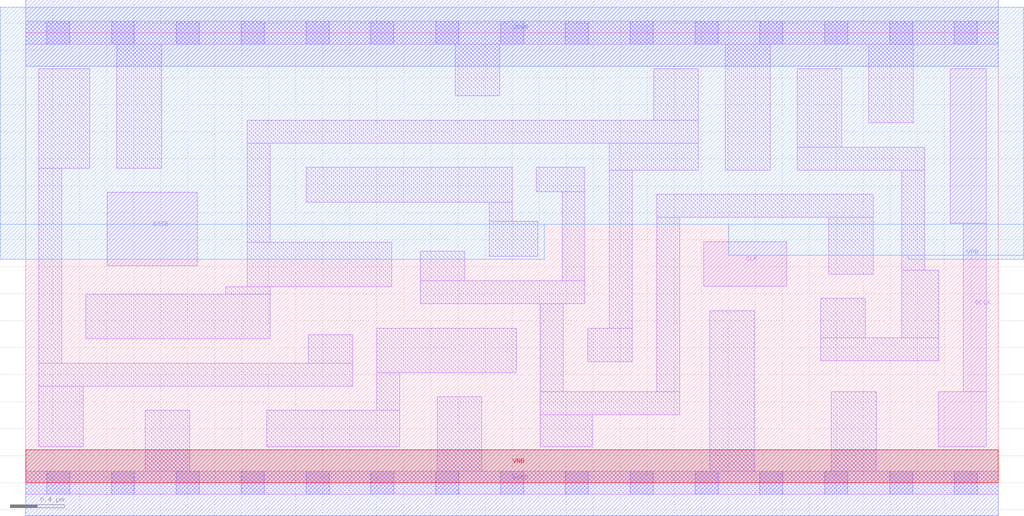
<source format=lef>
# Copyright 2020 The SkyWater PDK Authors
#
# Licensed under the Apache License, Version 2.0 (the "License");
# you may not use this file except in compliance with the License.
# You may obtain a copy of the License at
#
#     https://www.apache.org/licenses/LICENSE-2.0
#
# Unless required by applicable law or agreed to in writing, software
# distributed under the License is distributed on an "AS IS" BASIS,
# WITHOUT WARRANTIES OR CONDITIONS OF ANY KIND, either express or implied.
# See the License for the specific language governing permissions and
# limitations under the License.
#
# SPDX-License-Identifier: Apache-2.0

VERSION 5.7 ;
  NOWIREEXTENSIONATPIN ON ;
  DIVIDERCHAR "/" ;
  BUSBITCHARS "[]" ;
MACRO sky130_fd_sc_lp__dlclkp_lp
  CLASS CORE ;
  FOREIGN sky130_fd_sc_lp__dlclkp_lp ;
  ORIGIN  0.000000  0.000000 ;
  SIZE  7.200000 BY  3.330000 ;
  SYMMETRY X Y R90 ;
  SITE unit ;
  PIN GATE
    ANTENNAGATEAREA  0.313000 ;
    DIRECTION INPUT ;
    USE SIGNAL ;
    PORT
      LAYER li1 ;
        RECT 0.605000 1.605000 1.270000 2.150000 ;
    END
  END GATE
  PIN GCLK
    ANTENNADIFFAREA  0.389700 ;
    DIRECTION OUTPUT ;
    USE SIGNAL ;
    PORT
      LAYER li1 ;
        RECT 6.755000 0.265000 7.110000 0.675000 ;
        RECT 6.845000 1.920000 7.110000 3.065000 ;
        RECT 6.940000 0.675000 7.110000 1.920000 ;
    END
  END GCLK
  PIN CLK
    ANTENNAGATEAREA  0.689000 ;
    DIRECTION INPUT ;
    USE CLOCK ;
    PORT
      LAYER li1 ;
        RECT 5.020000 1.455000 5.635000 1.785000 ;
    END
  END CLK
  PIN VGND
    DIRECTION INOUT ;
    USE GROUND ;
    PORT
      LAYER met1 ;
        RECT 0.000000 -0.245000 7.200000 0.245000 ;
    END
  END VGND
  PIN VNB
    DIRECTION INOUT ;
    USE GROUND ;
    PORT
      LAYER pwell ;
        RECT 0.000000 0.000000 7.200000 0.245000 ;
    END
  END VNB
  PIN VPB
    DIRECTION INOUT ;
    USE POWER ;
    PORT
      LAYER nwell ;
        RECT -0.190000 1.655000 3.840000 1.915000 ;
        RECT -0.190000 1.915000 7.390000 3.520000 ;
        RECT  5.205000 1.685000 7.390000 1.915000 ;
        RECT  6.535000 1.655000 7.390000 1.685000 ;
    END
  END VPB
  PIN VPWR
    DIRECTION INOUT ;
    USE POWER ;
    PORT
      LAYER met1 ;
        RECT 0.000000 3.085000 7.200000 3.575000 ;
    END
  END VPWR
  OBS
    LAYER li1 ;
      RECT 0.000000 -0.085000 7.200000 0.085000 ;
      RECT 0.000000  3.245000 7.200000 3.415000 ;
      RECT 0.095000  0.265000 0.425000 0.715000 ;
      RECT 0.095000  0.715000 2.420000 0.885000 ;
      RECT 0.095000  0.885000 0.265000 2.330000 ;
      RECT 0.095000  2.330000 0.475000 3.065000 ;
      RECT 0.445000  1.065000 1.810000 1.395000 ;
      RECT 0.675000  2.330000 1.005000 3.245000 ;
      RECT 0.885000  0.085000 1.215000 0.535000 ;
      RECT 1.480000  1.395000 1.810000 1.450000 ;
      RECT 1.640000  1.450000 2.710000 1.780000 ;
      RECT 1.640000  1.780000 1.810000 2.515000 ;
      RECT 1.640000  2.515000 4.980000 2.685000 ;
      RECT 1.785000  0.265000 2.770000 0.535000 ;
      RECT 2.075000  2.075000 3.600000 2.335000 ;
      RECT 2.090000  0.885000 2.420000 1.095000 ;
      RECT 2.600000  0.535000 2.770000 0.815000 ;
      RECT 2.600000  0.815000 3.630000 1.145000 ;
      RECT 2.920000  1.325000 4.140000 1.495000 ;
      RECT 2.920000  1.495000 3.250000 1.715000 ;
      RECT 3.045000  0.085000 3.375000 0.635000 ;
      RECT 3.180000  2.865000 3.510000 3.245000 ;
      RECT 3.430000  1.675000 3.790000 1.935000 ;
      RECT 3.430000  1.935000 3.600000 2.075000 ;
      RECT 3.780000  2.155000 4.140000 2.335000 ;
      RECT 3.810000  0.265000 4.195000 0.505000 ;
      RECT 3.810000  0.505000 4.840000 0.675000 ;
      RECT 3.810000  0.675000 3.980000 1.325000 ;
      RECT 3.970000  1.495000 4.140000 2.155000 ;
      RECT 4.160000  0.895000 4.490000 1.145000 ;
      RECT 4.320000  1.145000 4.490000 2.315000 ;
      RECT 4.320000  2.315000 4.980000 2.515000 ;
      RECT 4.650000  2.685000 4.980000 3.065000 ;
      RECT 4.670000  0.675000 4.840000 1.965000 ;
      RECT 4.670000  1.965000 6.275000 2.135000 ;
      RECT 5.065000  0.085000 5.395000 1.275000 ;
      RECT 5.180000  2.315000 5.510000 3.245000 ;
      RECT 5.710000  2.315000 6.655000 2.485000 ;
      RECT 5.710000  2.485000 6.040000 3.065000 ;
      RECT 5.885000  0.905000 6.760000 1.075000 ;
      RECT 5.885000  1.075000 6.215000 1.365000 ;
      RECT 5.945000  1.545000 6.275000 1.965000 ;
      RECT 5.965000  0.085000 6.295000 0.675000 ;
      RECT 6.240000  2.665000 6.570000 3.245000 ;
      RECT 6.485000  1.075000 6.760000 1.575000 ;
      RECT 6.485000  1.575000 6.655000 2.315000 ;
    LAYER mcon ;
      RECT 0.155000 -0.085000 0.325000 0.085000 ;
      RECT 0.155000  3.245000 0.325000 3.415000 ;
      RECT 0.635000 -0.085000 0.805000 0.085000 ;
      RECT 0.635000  3.245000 0.805000 3.415000 ;
      RECT 1.115000 -0.085000 1.285000 0.085000 ;
      RECT 1.115000  3.245000 1.285000 3.415000 ;
      RECT 1.595000 -0.085000 1.765000 0.085000 ;
      RECT 1.595000  3.245000 1.765000 3.415000 ;
      RECT 2.075000 -0.085000 2.245000 0.085000 ;
      RECT 2.075000  3.245000 2.245000 3.415000 ;
      RECT 2.555000 -0.085000 2.725000 0.085000 ;
      RECT 2.555000  3.245000 2.725000 3.415000 ;
      RECT 3.035000 -0.085000 3.205000 0.085000 ;
      RECT 3.035000  3.245000 3.205000 3.415000 ;
      RECT 3.515000 -0.085000 3.685000 0.085000 ;
      RECT 3.515000  3.245000 3.685000 3.415000 ;
      RECT 3.995000 -0.085000 4.165000 0.085000 ;
      RECT 3.995000  3.245000 4.165000 3.415000 ;
      RECT 4.475000 -0.085000 4.645000 0.085000 ;
      RECT 4.475000  3.245000 4.645000 3.415000 ;
      RECT 4.955000 -0.085000 5.125000 0.085000 ;
      RECT 4.955000  3.245000 5.125000 3.415000 ;
      RECT 5.435000 -0.085000 5.605000 0.085000 ;
      RECT 5.435000  3.245000 5.605000 3.415000 ;
      RECT 5.915000 -0.085000 6.085000 0.085000 ;
      RECT 5.915000  3.245000 6.085000 3.415000 ;
      RECT 6.395000 -0.085000 6.565000 0.085000 ;
      RECT 6.395000  3.245000 6.565000 3.415000 ;
      RECT 6.875000 -0.085000 7.045000 0.085000 ;
      RECT 6.875000  3.245000 7.045000 3.415000 ;
  END
END sky130_fd_sc_lp__dlclkp_lp
END LIBRARY

</source>
